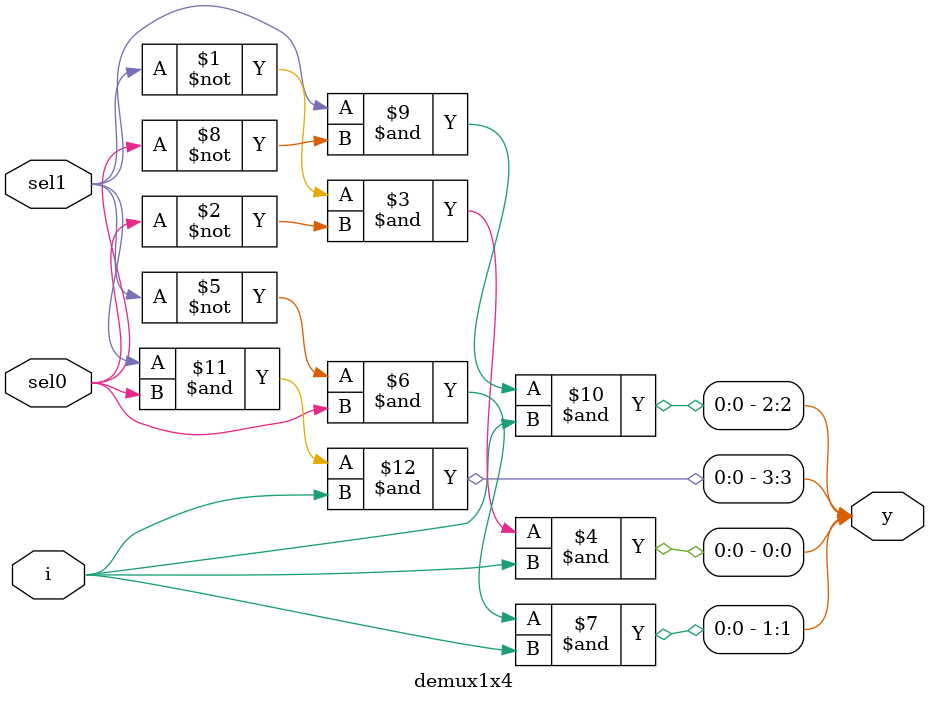
<source format=v>
module demux1x4(
  input sel0,sel1,
  input i,
  output [3:0] y
);
  assign y[0] = ~sel1 & ~sel0 & i;
  assign y[1] = ~sel1 & sel0 & i;
  assign y[2] = sel1 & ~sel0 & i;
  assign y[3] = sel1 & sel0 & i;
endmodule

</source>
